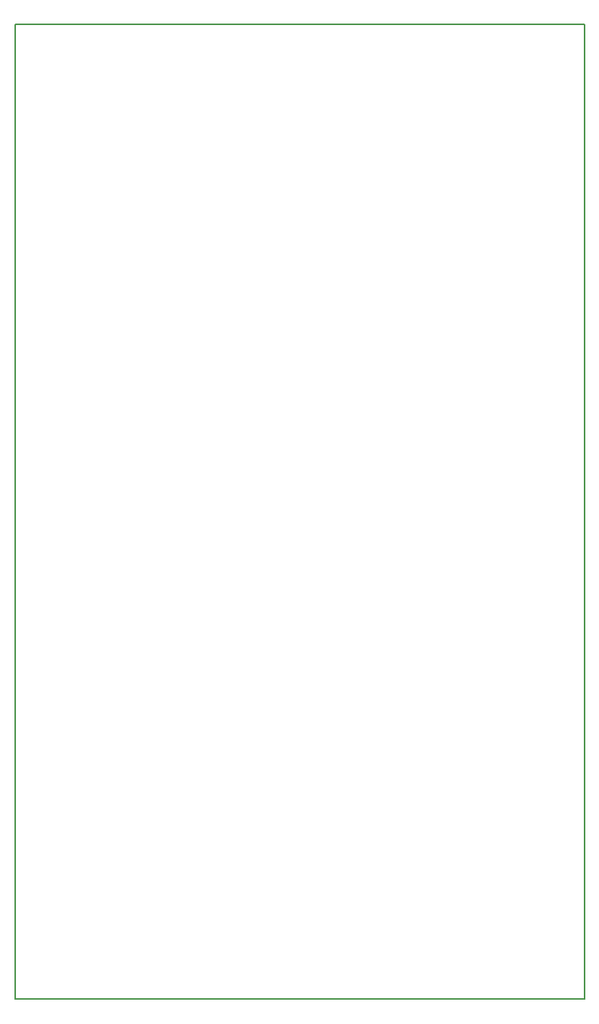
<source format=gko>
G04 #@! TF.FileFunction,Profile,NP*
%FSLAX46Y46*%
G04 Gerber Fmt 4.6, Leading zero omitted, Abs format (unit mm)*
G04 Created by KiCad (PCBNEW 4.0.4-stable) date 11/26/17 23:03:44*
%MOMM*%
%LPD*%
G01*
G04 APERTURE LIST*
%ADD10C,0.100000*%
%ADD11C,0.150000*%
G04 APERTURE END LIST*
D10*
D11*
X121285000Y-153670000D02*
X121285000Y-45085000D01*
X184785000Y-153670000D02*
X121285000Y-153670000D01*
X184785000Y-45085000D02*
X184785000Y-153670000D01*
X121285000Y-45085000D02*
X184785000Y-45085000D01*
M02*

</source>
